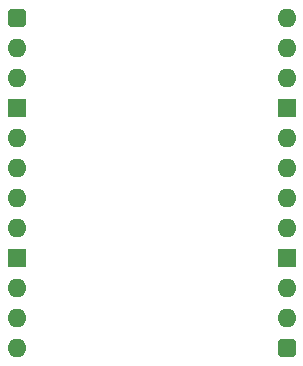
<source format=gbs>
%TF.GenerationSoftware,KiCad,Pcbnew,8.0.7*%
%TF.CreationDate,2025-01-27T12:08:02+02:00*%
%TF.ProjectId,SD Card Micro Socket,53442043-6172-4642-904d-6963726f2053,V0*%
%TF.SameCoordinates,Original*%
%TF.FileFunction,Soldermask,Bot*%
%TF.FilePolarity,Negative*%
%FSLAX46Y46*%
G04 Gerber Fmt 4.6, Leading zero omitted, Abs format (unit mm)*
G04 Created by KiCad (PCBNEW 8.0.7) date 2025-01-27 12:08:02*
%MOMM*%
%LPD*%
G01*
G04 APERTURE LIST*
G04 Aperture macros list*
%AMRoundRect*
0 Rectangle with rounded corners*
0 $1 Rounding radius*
0 $2 $3 $4 $5 $6 $7 $8 $9 X,Y pos of 4 corners*
0 Add a 4 corners polygon primitive as box body*
4,1,4,$2,$3,$4,$5,$6,$7,$8,$9,$2,$3,0*
0 Add four circle primitives for the rounded corners*
1,1,$1+$1,$2,$3*
1,1,$1+$1,$4,$5*
1,1,$1+$1,$6,$7*
1,1,$1+$1,$8,$9*
0 Add four rect primitives between the rounded corners*
20,1,$1+$1,$2,$3,$4,$5,0*
20,1,$1+$1,$4,$5,$6,$7,0*
20,1,$1+$1,$6,$7,$8,$9,0*
20,1,$1+$1,$8,$9,$2,$3,0*%
G04 Aperture macros list end*
%ADD10RoundRect,0.400000X-0.400000X-0.400000X0.400000X-0.400000X0.400000X0.400000X-0.400000X0.400000X0*%
%ADD11O,1.600000X1.600000*%
%ADD12R,1.600000X1.600000*%
G04 APERTURE END LIST*
D10*
%TO.C,J1*%
X0Y0D03*
D11*
X0Y-2540000D03*
X0Y-5080000D03*
D12*
X0Y-7620000D03*
D11*
X0Y-10160000D03*
X0Y-12700000D03*
X0Y-15240000D03*
X0Y-17780000D03*
D12*
X0Y-20320000D03*
D11*
X0Y-22860000D03*
X0Y-25400000D03*
X0Y-27940000D03*
D10*
X22860000Y-27940000D03*
D11*
X22860000Y-25400000D03*
X22860000Y-22860000D03*
D12*
X22860000Y-20320000D03*
D11*
X22860000Y-17780000D03*
X22860000Y-15240000D03*
X22860000Y-12700000D03*
X22860000Y-10160000D03*
D12*
X22860000Y-7620000D03*
D11*
X22860000Y-5080000D03*
X22860000Y-2540000D03*
X22860000Y0D03*
%TD*%
M02*

</source>
